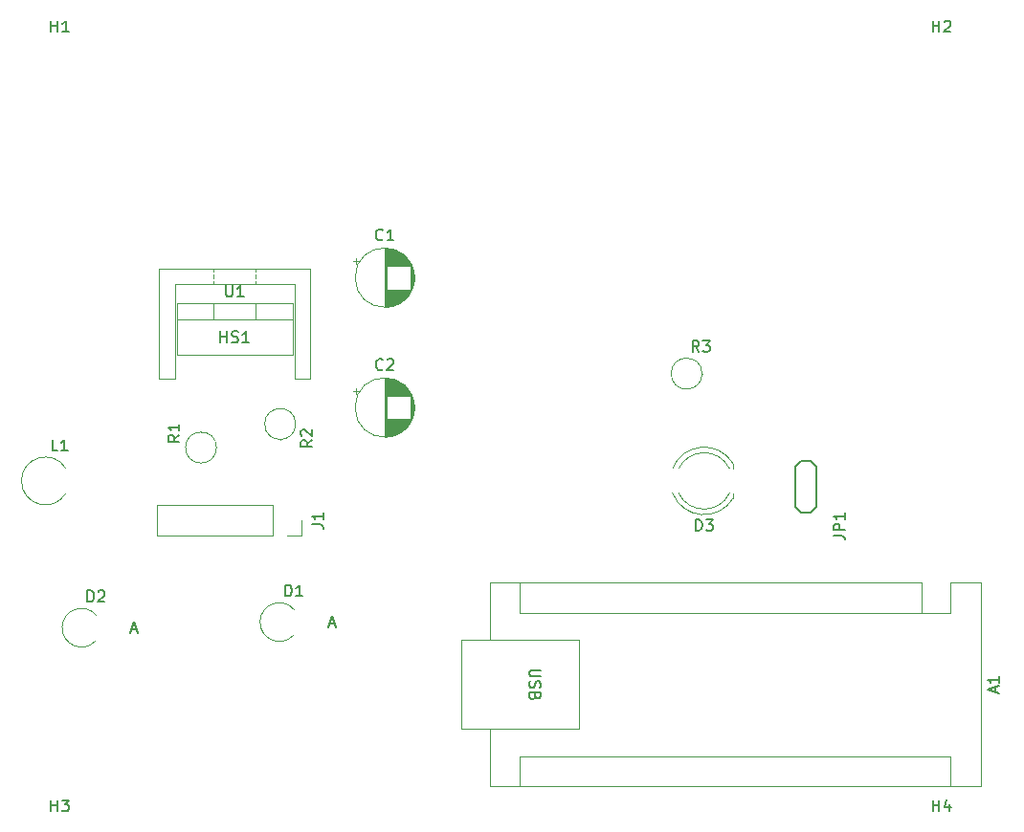
<source format=gbr>
%TF.GenerationSoftware,KiCad,Pcbnew,8.0.2-1.fc40*%
%TF.CreationDate,2024-06-01T22:16:47+03:00*%
%TF.ProjectId,project-depth-to-nmea,70726f6a-6563-4742-9d64-657074682d74,rev?*%
%TF.SameCoordinates,Original*%
%TF.FileFunction,Legend,Top*%
%TF.FilePolarity,Positive*%
%FSLAX46Y46*%
G04 Gerber Fmt 4.6, Leading zero omitted, Abs format (unit mm)*
G04 Created by KiCad (PCBNEW 8.0.2-1.fc40) date 2024-06-01 22:16:47*
%MOMM*%
%LPD*%
G01*
G04 APERTURE LIST*
%ADD10C,0.150000*%
%ADD11C,0.120000*%
G04 APERTURE END LIST*
D10*
X177238095Y-46254819D02*
X177238095Y-45254819D01*
X177238095Y-45731009D02*
X177809523Y-45731009D01*
X177809523Y-46254819D02*
X177809523Y-45254819D01*
X178238095Y-45350057D02*
X178285714Y-45302438D01*
X178285714Y-45302438D02*
X178380952Y-45254819D01*
X178380952Y-45254819D02*
X178619047Y-45254819D01*
X178619047Y-45254819D02*
X178714285Y-45302438D01*
X178714285Y-45302438D02*
X178761904Y-45350057D01*
X178761904Y-45350057D02*
X178809523Y-45445295D01*
X178809523Y-45445295D02*
X178809523Y-45540533D01*
X178809523Y-45540533D02*
X178761904Y-45683390D01*
X178761904Y-45683390D02*
X178190476Y-46254819D01*
X178190476Y-46254819D02*
X178809523Y-46254819D01*
X182799104Y-104724285D02*
X182799104Y-104248095D01*
X183084819Y-104819523D02*
X182084819Y-104486190D01*
X182084819Y-104486190D02*
X183084819Y-104152857D01*
X183084819Y-103295714D02*
X183084819Y-103867142D01*
X183084819Y-103581428D02*
X182084819Y-103581428D01*
X182084819Y-103581428D02*
X182227676Y-103676666D01*
X182227676Y-103676666D02*
X182322914Y-103771904D01*
X182322914Y-103771904D02*
X182370533Y-103867142D01*
X142535180Y-102748095D02*
X141725657Y-102748095D01*
X141725657Y-102748095D02*
X141630419Y-102795714D01*
X141630419Y-102795714D02*
X141582800Y-102843333D01*
X141582800Y-102843333D02*
X141535180Y-102938571D01*
X141535180Y-102938571D02*
X141535180Y-103129047D01*
X141535180Y-103129047D02*
X141582800Y-103224285D01*
X141582800Y-103224285D02*
X141630419Y-103271904D01*
X141630419Y-103271904D02*
X141725657Y-103319523D01*
X141725657Y-103319523D02*
X142535180Y-103319523D01*
X141582800Y-103748095D02*
X141535180Y-103890952D01*
X141535180Y-103890952D02*
X141535180Y-104129047D01*
X141535180Y-104129047D02*
X141582800Y-104224285D01*
X141582800Y-104224285D02*
X141630419Y-104271904D01*
X141630419Y-104271904D02*
X141725657Y-104319523D01*
X141725657Y-104319523D02*
X141820895Y-104319523D01*
X141820895Y-104319523D02*
X141916133Y-104271904D01*
X141916133Y-104271904D02*
X141963752Y-104224285D01*
X141963752Y-104224285D02*
X142011371Y-104129047D01*
X142011371Y-104129047D02*
X142058990Y-103938571D01*
X142058990Y-103938571D02*
X142106609Y-103843333D01*
X142106609Y-103843333D02*
X142154228Y-103795714D01*
X142154228Y-103795714D02*
X142249466Y-103748095D01*
X142249466Y-103748095D02*
X142344704Y-103748095D01*
X142344704Y-103748095D02*
X142439942Y-103795714D01*
X142439942Y-103795714D02*
X142487561Y-103843333D01*
X142487561Y-103843333D02*
X142535180Y-103938571D01*
X142535180Y-103938571D02*
X142535180Y-104176666D01*
X142535180Y-104176666D02*
X142487561Y-104319523D01*
X142058990Y-105081428D02*
X142011371Y-105224285D01*
X142011371Y-105224285D02*
X141963752Y-105271904D01*
X141963752Y-105271904D02*
X141868514Y-105319523D01*
X141868514Y-105319523D02*
X141725657Y-105319523D01*
X141725657Y-105319523D02*
X141630419Y-105271904D01*
X141630419Y-105271904D02*
X141582800Y-105224285D01*
X141582800Y-105224285D02*
X141535180Y-105129047D01*
X141535180Y-105129047D02*
X141535180Y-104748095D01*
X141535180Y-104748095D02*
X142535180Y-104748095D01*
X142535180Y-104748095D02*
X142535180Y-105081428D01*
X142535180Y-105081428D02*
X142487561Y-105176666D01*
X142487561Y-105176666D02*
X142439942Y-105224285D01*
X142439942Y-105224285D02*
X142344704Y-105271904D01*
X142344704Y-105271904D02*
X142249466Y-105271904D01*
X142249466Y-105271904D02*
X142154228Y-105224285D01*
X142154228Y-105224285D02*
X142106609Y-105176666D01*
X142106609Y-105176666D02*
X142058990Y-105081428D01*
X142058990Y-105081428D02*
X142058990Y-104748095D01*
X122304819Y-89833333D02*
X123019104Y-89833333D01*
X123019104Y-89833333D02*
X123161961Y-89880952D01*
X123161961Y-89880952D02*
X123257200Y-89976190D01*
X123257200Y-89976190D02*
X123304819Y-90119047D01*
X123304819Y-90119047D02*
X123304819Y-90214285D01*
X123304819Y-88833333D02*
X123304819Y-89404761D01*
X123304819Y-89119047D02*
X122304819Y-89119047D01*
X122304819Y-89119047D02*
X122447676Y-89214285D01*
X122447676Y-89214285D02*
X122542914Y-89309523D01*
X122542914Y-89309523D02*
X122590533Y-89404761D01*
X110584819Y-81941666D02*
X110108628Y-82274999D01*
X110584819Y-82513094D02*
X109584819Y-82513094D01*
X109584819Y-82513094D02*
X109584819Y-82132142D01*
X109584819Y-82132142D02*
X109632438Y-82036904D01*
X109632438Y-82036904D02*
X109680057Y-81989285D01*
X109680057Y-81989285D02*
X109775295Y-81941666D01*
X109775295Y-81941666D02*
X109918152Y-81941666D01*
X109918152Y-81941666D02*
X110013390Y-81989285D01*
X110013390Y-81989285D02*
X110061009Y-82036904D01*
X110061009Y-82036904D02*
X110108628Y-82132142D01*
X110108628Y-82132142D02*
X110108628Y-82513094D01*
X110584819Y-80989285D02*
X110584819Y-81560713D01*
X110584819Y-81274999D02*
X109584819Y-81274999D01*
X109584819Y-81274999D02*
X109727676Y-81370237D01*
X109727676Y-81370237D02*
X109822914Y-81465475D01*
X109822914Y-81465475D02*
X109870533Y-81560713D01*
X156558333Y-74584819D02*
X156225000Y-74108628D01*
X155986905Y-74584819D02*
X155986905Y-73584819D01*
X155986905Y-73584819D02*
X156367857Y-73584819D01*
X156367857Y-73584819D02*
X156463095Y-73632438D01*
X156463095Y-73632438D02*
X156510714Y-73680057D01*
X156510714Y-73680057D02*
X156558333Y-73775295D01*
X156558333Y-73775295D02*
X156558333Y-73918152D01*
X156558333Y-73918152D02*
X156510714Y-74013390D01*
X156510714Y-74013390D02*
X156463095Y-74061009D01*
X156463095Y-74061009D02*
X156367857Y-74108628D01*
X156367857Y-74108628D02*
X155986905Y-74108628D01*
X156891667Y-73584819D02*
X157510714Y-73584819D01*
X157510714Y-73584819D02*
X157177381Y-73965771D01*
X157177381Y-73965771D02*
X157320238Y-73965771D01*
X157320238Y-73965771D02*
X157415476Y-74013390D01*
X157415476Y-74013390D02*
X157463095Y-74061009D01*
X157463095Y-74061009D02*
X157510714Y-74156247D01*
X157510714Y-74156247D02*
X157510714Y-74394342D01*
X157510714Y-74394342D02*
X157463095Y-74489580D01*
X157463095Y-74489580D02*
X157415476Y-74537200D01*
X157415476Y-74537200D02*
X157320238Y-74584819D01*
X157320238Y-74584819D02*
X157034524Y-74584819D01*
X157034524Y-74584819D02*
X156939286Y-74537200D01*
X156939286Y-74537200D02*
X156891667Y-74489580D01*
X114221905Y-73744819D02*
X114221905Y-72744819D01*
X114221905Y-73221009D02*
X114793333Y-73221009D01*
X114793333Y-73744819D02*
X114793333Y-72744819D01*
X115221905Y-73697200D02*
X115364762Y-73744819D01*
X115364762Y-73744819D02*
X115602857Y-73744819D01*
X115602857Y-73744819D02*
X115698095Y-73697200D01*
X115698095Y-73697200D02*
X115745714Y-73649580D01*
X115745714Y-73649580D02*
X115793333Y-73554342D01*
X115793333Y-73554342D02*
X115793333Y-73459104D01*
X115793333Y-73459104D02*
X115745714Y-73363866D01*
X115745714Y-73363866D02*
X115698095Y-73316247D01*
X115698095Y-73316247D02*
X115602857Y-73268628D01*
X115602857Y-73268628D02*
X115412381Y-73221009D01*
X115412381Y-73221009D02*
X115317143Y-73173390D01*
X115317143Y-73173390D02*
X115269524Y-73125771D01*
X115269524Y-73125771D02*
X115221905Y-73030533D01*
X115221905Y-73030533D02*
X115221905Y-72935295D01*
X115221905Y-72935295D02*
X115269524Y-72840057D01*
X115269524Y-72840057D02*
X115317143Y-72792438D01*
X115317143Y-72792438D02*
X115412381Y-72744819D01*
X115412381Y-72744819D02*
X115650476Y-72744819D01*
X115650476Y-72744819D02*
X115793333Y-72792438D01*
X116745714Y-73744819D02*
X116174286Y-73744819D01*
X116460000Y-73744819D02*
X116460000Y-72744819D01*
X116460000Y-72744819D02*
X116364762Y-72887676D01*
X116364762Y-72887676D02*
X116269524Y-72982914D01*
X116269524Y-72982914D02*
X116174286Y-73030533D01*
X168454819Y-90833333D02*
X169169104Y-90833333D01*
X169169104Y-90833333D02*
X169311961Y-90880952D01*
X169311961Y-90880952D02*
X169407200Y-90976190D01*
X169407200Y-90976190D02*
X169454819Y-91119047D01*
X169454819Y-91119047D02*
X169454819Y-91214285D01*
X169454819Y-90357142D02*
X168454819Y-90357142D01*
X168454819Y-90357142D02*
X168454819Y-89976190D01*
X168454819Y-89976190D02*
X168502438Y-89880952D01*
X168502438Y-89880952D02*
X168550057Y-89833333D01*
X168550057Y-89833333D02*
X168645295Y-89785714D01*
X168645295Y-89785714D02*
X168788152Y-89785714D01*
X168788152Y-89785714D02*
X168883390Y-89833333D01*
X168883390Y-89833333D02*
X168931009Y-89880952D01*
X168931009Y-89880952D02*
X168978628Y-89976190D01*
X168978628Y-89976190D02*
X168978628Y-90357142D01*
X169454819Y-88833333D02*
X169454819Y-89404761D01*
X169454819Y-89119047D02*
X168454819Y-89119047D01*
X168454819Y-89119047D02*
X168597676Y-89214285D01*
X168597676Y-89214285D02*
X168692914Y-89309523D01*
X168692914Y-89309523D02*
X168740533Y-89404761D01*
X177238095Y-115254819D02*
X177238095Y-114254819D01*
X177238095Y-114731009D02*
X177809523Y-114731009D01*
X177809523Y-115254819D02*
X177809523Y-114254819D01*
X178714285Y-114588152D02*
X178714285Y-115254819D01*
X178476190Y-114207200D02*
X178238095Y-114921485D01*
X178238095Y-114921485D02*
X178857142Y-114921485D01*
X128583333Y-64609580D02*
X128535714Y-64657200D01*
X128535714Y-64657200D02*
X128392857Y-64704819D01*
X128392857Y-64704819D02*
X128297619Y-64704819D01*
X128297619Y-64704819D02*
X128154762Y-64657200D01*
X128154762Y-64657200D02*
X128059524Y-64561961D01*
X128059524Y-64561961D02*
X128011905Y-64466723D01*
X128011905Y-64466723D02*
X127964286Y-64276247D01*
X127964286Y-64276247D02*
X127964286Y-64133390D01*
X127964286Y-64133390D02*
X128011905Y-63942914D01*
X128011905Y-63942914D02*
X128059524Y-63847676D01*
X128059524Y-63847676D02*
X128154762Y-63752438D01*
X128154762Y-63752438D02*
X128297619Y-63704819D01*
X128297619Y-63704819D02*
X128392857Y-63704819D01*
X128392857Y-63704819D02*
X128535714Y-63752438D01*
X128535714Y-63752438D02*
X128583333Y-63800057D01*
X129535714Y-64704819D02*
X128964286Y-64704819D01*
X129250000Y-64704819D02*
X129250000Y-63704819D01*
X129250000Y-63704819D02*
X129154762Y-63847676D01*
X129154762Y-63847676D02*
X129059524Y-63942914D01*
X129059524Y-63942914D02*
X128964286Y-63990533D01*
X119960105Y-96204184D02*
X119960105Y-95204184D01*
X119960105Y-95204184D02*
X120198200Y-95204184D01*
X120198200Y-95204184D02*
X120341057Y-95251803D01*
X120341057Y-95251803D02*
X120436295Y-95347041D01*
X120436295Y-95347041D02*
X120483914Y-95442279D01*
X120483914Y-95442279D02*
X120531533Y-95632755D01*
X120531533Y-95632755D02*
X120531533Y-95775612D01*
X120531533Y-95775612D02*
X120483914Y-95966088D01*
X120483914Y-95966088D02*
X120436295Y-96061326D01*
X120436295Y-96061326D02*
X120341057Y-96156565D01*
X120341057Y-96156565D02*
X120198200Y-96204184D01*
X120198200Y-96204184D02*
X119960105Y-96204184D01*
X121483914Y-96204184D02*
X120912486Y-96204184D01*
X121198200Y-96204184D02*
X121198200Y-95204184D01*
X121198200Y-95204184D02*
X121102962Y-95347041D01*
X121102962Y-95347041D02*
X121007724Y-95442279D01*
X121007724Y-95442279D02*
X120912486Y-95489898D01*
X123830105Y-98669104D02*
X124306295Y-98669104D01*
X123734867Y-98954819D02*
X124068200Y-97954819D01*
X124068200Y-97954819D02*
X124401533Y-98954819D01*
X128583333Y-76109580D02*
X128535714Y-76157200D01*
X128535714Y-76157200D02*
X128392857Y-76204819D01*
X128392857Y-76204819D02*
X128297619Y-76204819D01*
X128297619Y-76204819D02*
X128154762Y-76157200D01*
X128154762Y-76157200D02*
X128059524Y-76061961D01*
X128059524Y-76061961D02*
X128011905Y-75966723D01*
X128011905Y-75966723D02*
X127964286Y-75776247D01*
X127964286Y-75776247D02*
X127964286Y-75633390D01*
X127964286Y-75633390D02*
X128011905Y-75442914D01*
X128011905Y-75442914D02*
X128059524Y-75347676D01*
X128059524Y-75347676D02*
X128154762Y-75252438D01*
X128154762Y-75252438D02*
X128297619Y-75204819D01*
X128297619Y-75204819D02*
X128392857Y-75204819D01*
X128392857Y-75204819D02*
X128535714Y-75252438D01*
X128535714Y-75252438D02*
X128583333Y-75300057D01*
X128964286Y-75300057D02*
X129011905Y-75252438D01*
X129011905Y-75252438D02*
X129107143Y-75204819D01*
X129107143Y-75204819D02*
X129345238Y-75204819D01*
X129345238Y-75204819D02*
X129440476Y-75252438D01*
X129440476Y-75252438D02*
X129488095Y-75300057D01*
X129488095Y-75300057D02*
X129535714Y-75395295D01*
X129535714Y-75395295D02*
X129535714Y-75490533D01*
X129535714Y-75490533D02*
X129488095Y-75633390D01*
X129488095Y-75633390D02*
X128916667Y-76204819D01*
X128916667Y-76204819D02*
X129535714Y-76204819D01*
X156263405Y-90414819D02*
X156263405Y-89414819D01*
X156263405Y-89414819D02*
X156501500Y-89414819D01*
X156501500Y-89414819D02*
X156644357Y-89462438D01*
X156644357Y-89462438D02*
X156739595Y-89557676D01*
X156739595Y-89557676D02*
X156787214Y-89652914D01*
X156787214Y-89652914D02*
X156834833Y-89843390D01*
X156834833Y-89843390D02*
X156834833Y-89986247D01*
X156834833Y-89986247D02*
X156787214Y-90176723D01*
X156787214Y-90176723D02*
X156739595Y-90271961D01*
X156739595Y-90271961D02*
X156644357Y-90367200D01*
X156644357Y-90367200D02*
X156501500Y-90414819D01*
X156501500Y-90414819D02*
X156263405Y-90414819D01*
X157168167Y-89414819D02*
X157787214Y-89414819D01*
X157787214Y-89414819D02*
X157453881Y-89795771D01*
X157453881Y-89795771D02*
X157596738Y-89795771D01*
X157596738Y-89795771D02*
X157691976Y-89843390D01*
X157691976Y-89843390D02*
X157739595Y-89891009D01*
X157739595Y-89891009D02*
X157787214Y-89986247D01*
X157787214Y-89986247D02*
X157787214Y-90224342D01*
X157787214Y-90224342D02*
X157739595Y-90319580D01*
X157739595Y-90319580D02*
X157691976Y-90367200D01*
X157691976Y-90367200D02*
X157596738Y-90414819D01*
X157596738Y-90414819D02*
X157311024Y-90414819D01*
X157311024Y-90414819D02*
X157215786Y-90367200D01*
X157215786Y-90367200D02*
X157168167Y-90319580D01*
X114698095Y-68684819D02*
X114698095Y-69494342D01*
X114698095Y-69494342D02*
X114745714Y-69589580D01*
X114745714Y-69589580D02*
X114793333Y-69637200D01*
X114793333Y-69637200D02*
X114888571Y-69684819D01*
X114888571Y-69684819D02*
X115079047Y-69684819D01*
X115079047Y-69684819D02*
X115174285Y-69637200D01*
X115174285Y-69637200D02*
X115221904Y-69589580D01*
X115221904Y-69589580D02*
X115269523Y-69494342D01*
X115269523Y-69494342D02*
X115269523Y-68684819D01*
X116269523Y-69684819D02*
X115698095Y-69684819D01*
X115983809Y-69684819D02*
X115983809Y-68684819D01*
X115983809Y-68684819D02*
X115888571Y-68827676D01*
X115888571Y-68827676D02*
X115793333Y-68922914D01*
X115793333Y-68922914D02*
X115698095Y-68970533D01*
X99238095Y-115254819D02*
X99238095Y-114254819D01*
X99238095Y-114731009D02*
X99809523Y-114731009D01*
X99809523Y-115254819D02*
X99809523Y-114254819D01*
X100190476Y-114254819D02*
X100809523Y-114254819D01*
X100809523Y-114254819D02*
X100476190Y-114635771D01*
X100476190Y-114635771D02*
X100619047Y-114635771D01*
X100619047Y-114635771D02*
X100714285Y-114683390D01*
X100714285Y-114683390D02*
X100761904Y-114731009D01*
X100761904Y-114731009D02*
X100809523Y-114826247D01*
X100809523Y-114826247D02*
X100809523Y-115064342D01*
X100809523Y-115064342D02*
X100761904Y-115159580D01*
X100761904Y-115159580D02*
X100714285Y-115207200D01*
X100714285Y-115207200D02*
X100619047Y-115254819D01*
X100619047Y-115254819D02*
X100333333Y-115254819D01*
X100333333Y-115254819D02*
X100238095Y-115207200D01*
X100238095Y-115207200D02*
X100190476Y-115159580D01*
X102451905Y-96704184D02*
X102451905Y-95704184D01*
X102451905Y-95704184D02*
X102690000Y-95704184D01*
X102690000Y-95704184D02*
X102832857Y-95751803D01*
X102832857Y-95751803D02*
X102928095Y-95847041D01*
X102928095Y-95847041D02*
X102975714Y-95942279D01*
X102975714Y-95942279D02*
X103023333Y-96132755D01*
X103023333Y-96132755D02*
X103023333Y-96275612D01*
X103023333Y-96275612D02*
X102975714Y-96466088D01*
X102975714Y-96466088D02*
X102928095Y-96561326D01*
X102928095Y-96561326D02*
X102832857Y-96656565D01*
X102832857Y-96656565D02*
X102690000Y-96704184D01*
X102690000Y-96704184D02*
X102451905Y-96704184D01*
X103404286Y-95799422D02*
X103451905Y-95751803D01*
X103451905Y-95751803D02*
X103547143Y-95704184D01*
X103547143Y-95704184D02*
X103785238Y-95704184D01*
X103785238Y-95704184D02*
X103880476Y-95751803D01*
X103880476Y-95751803D02*
X103928095Y-95799422D01*
X103928095Y-95799422D02*
X103975714Y-95894660D01*
X103975714Y-95894660D02*
X103975714Y-95989898D01*
X103975714Y-95989898D02*
X103928095Y-96132755D01*
X103928095Y-96132755D02*
X103356667Y-96704184D01*
X103356667Y-96704184D02*
X103975714Y-96704184D01*
X106321905Y-99169104D02*
X106798095Y-99169104D01*
X106226667Y-99454819D02*
X106560000Y-98454819D01*
X106560000Y-98454819D02*
X106893333Y-99454819D01*
X99833333Y-83334819D02*
X99357143Y-83334819D01*
X99357143Y-83334819D02*
X99357143Y-82334819D01*
X100690476Y-83334819D02*
X100119048Y-83334819D01*
X100404762Y-83334819D02*
X100404762Y-82334819D01*
X100404762Y-82334819D02*
X100309524Y-82477676D01*
X100309524Y-82477676D02*
X100214286Y-82572914D01*
X100214286Y-82572914D02*
X100119048Y-82620533D01*
X122324819Y-82396666D02*
X121848628Y-82729999D01*
X122324819Y-82968094D02*
X121324819Y-82968094D01*
X121324819Y-82968094D02*
X121324819Y-82587142D01*
X121324819Y-82587142D02*
X121372438Y-82491904D01*
X121372438Y-82491904D02*
X121420057Y-82444285D01*
X121420057Y-82444285D02*
X121515295Y-82396666D01*
X121515295Y-82396666D02*
X121658152Y-82396666D01*
X121658152Y-82396666D02*
X121753390Y-82444285D01*
X121753390Y-82444285D02*
X121801009Y-82491904D01*
X121801009Y-82491904D02*
X121848628Y-82587142D01*
X121848628Y-82587142D02*
X121848628Y-82968094D01*
X121420057Y-82015713D02*
X121372438Y-81968094D01*
X121372438Y-81968094D02*
X121324819Y-81872856D01*
X121324819Y-81872856D02*
X121324819Y-81634761D01*
X121324819Y-81634761D02*
X121372438Y-81539523D01*
X121372438Y-81539523D02*
X121420057Y-81491904D01*
X121420057Y-81491904D02*
X121515295Y-81444285D01*
X121515295Y-81444285D02*
X121610533Y-81444285D01*
X121610533Y-81444285D02*
X121753390Y-81491904D01*
X121753390Y-81491904D02*
X122324819Y-82063332D01*
X122324819Y-82063332D02*
X122324819Y-81444285D01*
X99238095Y-46254819D02*
X99238095Y-45254819D01*
X99238095Y-45731009D02*
X99809523Y-45731009D01*
X99809523Y-46254819D02*
X99809523Y-45254819D01*
X100809523Y-46254819D02*
X100238095Y-46254819D01*
X100523809Y-46254819D02*
X100523809Y-45254819D01*
X100523809Y-45254819D02*
X100428571Y-45397676D01*
X100428571Y-45397676D02*
X100333333Y-45492914D01*
X100333333Y-45492914D02*
X100238095Y-45540533D01*
D11*
%TO.C,A1*%
X135510000Y-100070000D02*
X145930000Y-100070000D01*
X135510000Y-107950000D02*
X135510000Y-100070000D01*
X138050000Y-94990000D02*
X138050000Y-100070000D01*
X138050000Y-113030000D02*
X138050000Y-107950000D01*
X138050000Y-113030000D02*
X181490000Y-113030000D01*
X140720000Y-97660000D02*
X140720000Y-94990000D01*
X140720000Y-110360000D02*
X140720000Y-113030000D01*
X145930000Y-100070000D02*
X145930000Y-107950000D01*
X145930000Y-107950000D02*
X135510000Y-107950000D01*
X176280000Y-94990000D02*
X138050000Y-94990000D01*
X176280000Y-97660000D02*
X140720000Y-97660000D01*
X176280000Y-97660000D02*
X176280000Y-94990000D01*
X176280000Y-97660000D02*
X178820000Y-97660000D01*
X178820000Y-97660000D02*
X178820000Y-94990000D01*
X178820000Y-110360000D02*
X140720000Y-110360000D01*
X178820000Y-110360000D02*
X178820000Y-113030000D01*
X181490000Y-94990000D02*
X178820000Y-94990000D01*
X181490000Y-113030000D02*
X181490000Y-94990000D01*
%TO.C,J1*%
X108590000Y-88170000D02*
X108590000Y-90830000D01*
X118810000Y-88170000D02*
X108590000Y-88170000D01*
X118810000Y-88170000D02*
X118810000Y-90830000D01*
X118810000Y-90830000D02*
X108590000Y-90830000D01*
X121410000Y-89500000D02*
X121410000Y-90830000D01*
X121410000Y-90830000D02*
X120080000Y-90830000D01*
%TO.C,R1*%
X112500000Y-81675000D02*
X112500000Y-81605000D01*
X113870000Y-83045000D02*
G75*
G02*
X111130000Y-83045000I-1370000J0D01*
G01*
X111130000Y-83045000D02*
G75*
G02*
X113870000Y-83045000I1370000J0D01*
G01*
%TO.C,R3*%
X156825000Y-76500000D02*
X156895000Y-76500000D01*
X156825000Y-76500000D02*
G75*
G02*
X154085000Y-76500000I-1370000J0D01*
G01*
X154085000Y-76500000D02*
G75*
G02*
X156825000Y-76500000I1370000J0D01*
G01*
%TO.C,HS1*%
X108740000Y-67180000D02*
X108740000Y-76930000D01*
X108740000Y-67180000D02*
X122180000Y-67180000D01*
X108740000Y-76930000D02*
X110170000Y-76930000D01*
X110170000Y-68600000D02*
X120750000Y-68600000D01*
X110170000Y-76930000D02*
X110170000Y-68600000D01*
X113560000Y-67180000D02*
X113560000Y-67480000D01*
X113560000Y-67740000D02*
X113560000Y-68040000D01*
X113560000Y-68300000D02*
X113560000Y-68600000D01*
X117360000Y-67180000D02*
X117360000Y-67480000D01*
X117360000Y-67740000D02*
X117360000Y-68040000D01*
X117360000Y-68300000D02*
X117360000Y-68600000D01*
X120750000Y-68600000D02*
X120750000Y-76930000D01*
X120750000Y-76930000D02*
X122180000Y-76930000D01*
X122180000Y-67180000D02*
X122180000Y-76930000D01*
D10*
%TO.C,JP1*%
X165100000Y-84720000D02*
X165600000Y-84220000D01*
X165100000Y-88320000D02*
X165100000Y-84720000D01*
X165600000Y-84220000D02*
X166400000Y-84220000D01*
X165600000Y-88820000D02*
X165100000Y-88320000D01*
X166400000Y-84220000D02*
X166900000Y-84720000D01*
X166400000Y-88820000D02*
X165600000Y-88820000D01*
X166900000Y-84720000D02*
X166900000Y-88320000D01*
X166900000Y-88320000D02*
X166400000Y-88820000D01*
D11*
%TO.C,C1*%
X125945225Y-66525000D02*
X126445225Y-66525000D01*
X126195225Y-66275000D02*
X126195225Y-66775000D01*
X128750000Y-65420000D02*
X128750000Y-70580000D01*
X128790000Y-65420000D02*
X128790000Y-70580000D01*
X128830000Y-65421000D02*
X128830000Y-70579000D01*
X128870000Y-65422000D02*
X128870000Y-70578000D01*
X128910000Y-65424000D02*
X128910000Y-70576000D01*
X128950000Y-65427000D02*
X128950000Y-70573000D01*
X128990000Y-65431000D02*
X128990000Y-66960000D01*
X128990000Y-69040000D02*
X128990000Y-70569000D01*
X129030000Y-65435000D02*
X129030000Y-66960000D01*
X129030000Y-69040000D02*
X129030000Y-70565000D01*
X129070000Y-65439000D02*
X129070000Y-66960000D01*
X129070000Y-69040000D02*
X129070000Y-70561000D01*
X129110000Y-65444000D02*
X129110000Y-66960000D01*
X129110000Y-69040000D02*
X129110000Y-70556000D01*
X129150000Y-65450000D02*
X129150000Y-66960000D01*
X129150000Y-69040000D02*
X129150000Y-70550000D01*
X129190000Y-65457000D02*
X129190000Y-66960000D01*
X129190000Y-69040000D02*
X129190000Y-70543000D01*
X129230000Y-65464000D02*
X129230000Y-66960000D01*
X129230000Y-69040000D02*
X129230000Y-70536000D01*
X129270000Y-65472000D02*
X129270000Y-66960000D01*
X129270000Y-69040000D02*
X129270000Y-70528000D01*
X129310000Y-65480000D02*
X129310000Y-66960000D01*
X129310000Y-69040000D02*
X129310000Y-70520000D01*
X129350000Y-65489000D02*
X129350000Y-66960000D01*
X129350000Y-69040000D02*
X129350000Y-70511000D01*
X129390000Y-65499000D02*
X129390000Y-66960000D01*
X129390000Y-69040000D02*
X129390000Y-70501000D01*
X129430000Y-65509000D02*
X129430000Y-66960000D01*
X129430000Y-69040000D02*
X129430000Y-70491000D01*
X129471000Y-65520000D02*
X129471000Y-66960000D01*
X129471000Y-69040000D02*
X129471000Y-70480000D01*
X129511000Y-65532000D02*
X129511000Y-66960000D01*
X129511000Y-69040000D02*
X129511000Y-70468000D01*
X129551000Y-65545000D02*
X129551000Y-66960000D01*
X129551000Y-69040000D02*
X129551000Y-70455000D01*
X129591000Y-65558000D02*
X129591000Y-66960000D01*
X129591000Y-69040000D02*
X129591000Y-70442000D01*
X129631000Y-65572000D02*
X129631000Y-66960000D01*
X129631000Y-69040000D02*
X129631000Y-70428000D01*
X129671000Y-65586000D02*
X129671000Y-66960000D01*
X129671000Y-69040000D02*
X129671000Y-70414000D01*
X129711000Y-65602000D02*
X129711000Y-66960000D01*
X129711000Y-69040000D02*
X129711000Y-70398000D01*
X129751000Y-65618000D02*
X129751000Y-66960000D01*
X129751000Y-69040000D02*
X129751000Y-70382000D01*
X129791000Y-65635000D02*
X129791000Y-66960000D01*
X129791000Y-69040000D02*
X129791000Y-70365000D01*
X129831000Y-65652000D02*
X129831000Y-66960000D01*
X129831000Y-69040000D02*
X129831000Y-70348000D01*
X129871000Y-65671000D02*
X129871000Y-66960000D01*
X129871000Y-69040000D02*
X129871000Y-70329000D01*
X129911000Y-65690000D02*
X129911000Y-66960000D01*
X129911000Y-69040000D02*
X129911000Y-70310000D01*
X129951000Y-65710000D02*
X129951000Y-66960000D01*
X129951000Y-69040000D02*
X129951000Y-70290000D01*
X129991000Y-65732000D02*
X129991000Y-66960000D01*
X129991000Y-69040000D02*
X129991000Y-70268000D01*
X130031000Y-65753000D02*
X130031000Y-66960000D01*
X130031000Y-69040000D02*
X130031000Y-70247000D01*
X130071000Y-65776000D02*
X130071000Y-66960000D01*
X130071000Y-69040000D02*
X130071000Y-70224000D01*
X130111000Y-65800000D02*
X130111000Y-66960000D01*
X130111000Y-69040000D02*
X130111000Y-70200000D01*
X130151000Y-65825000D02*
X130151000Y-66960000D01*
X130151000Y-69040000D02*
X130151000Y-70175000D01*
X130191000Y-65851000D02*
X130191000Y-66960000D01*
X130191000Y-69040000D02*
X130191000Y-70149000D01*
X130231000Y-65878000D02*
X130231000Y-66960000D01*
X130231000Y-69040000D02*
X130231000Y-70122000D01*
X130271000Y-65905000D02*
X130271000Y-66960000D01*
X130271000Y-69040000D02*
X130271000Y-70095000D01*
X130311000Y-65935000D02*
X130311000Y-66960000D01*
X130311000Y-69040000D02*
X130311000Y-70065000D01*
X130351000Y-65965000D02*
X130351000Y-66960000D01*
X130351000Y-69040000D02*
X130351000Y-70035000D01*
X130391000Y-65996000D02*
X130391000Y-66960000D01*
X130391000Y-69040000D02*
X130391000Y-70004000D01*
X130431000Y-66029000D02*
X130431000Y-66960000D01*
X130431000Y-69040000D02*
X130431000Y-69971000D01*
X130471000Y-66063000D02*
X130471000Y-66960000D01*
X130471000Y-69040000D02*
X130471000Y-69937000D01*
X130511000Y-66099000D02*
X130511000Y-66960000D01*
X130511000Y-69040000D02*
X130511000Y-69901000D01*
X130551000Y-66136000D02*
X130551000Y-66960000D01*
X130551000Y-69040000D02*
X130551000Y-69864000D01*
X130591000Y-66174000D02*
X130591000Y-66960000D01*
X130591000Y-69040000D02*
X130591000Y-69826000D01*
X130631000Y-66215000D02*
X130631000Y-66960000D01*
X130631000Y-69040000D02*
X130631000Y-69785000D01*
X130671000Y-66257000D02*
X130671000Y-66960000D01*
X130671000Y-69040000D02*
X130671000Y-69743000D01*
X130711000Y-66301000D02*
X130711000Y-66960000D01*
X130711000Y-69040000D02*
X130711000Y-69699000D01*
X130751000Y-66347000D02*
X130751000Y-66960000D01*
X130751000Y-69040000D02*
X130751000Y-69653000D01*
X130791000Y-66395000D02*
X130791000Y-66960000D01*
X130791000Y-69040000D02*
X130791000Y-69605000D01*
X130831000Y-66446000D02*
X130831000Y-66960000D01*
X130831000Y-69040000D02*
X130831000Y-69554000D01*
X130871000Y-66500000D02*
X130871000Y-66960000D01*
X130871000Y-69040000D02*
X130871000Y-69500000D01*
X130911000Y-66557000D02*
X130911000Y-66960000D01*
X130911000Y-69040000D02*
X130911000Y-69443000D01*
X130951000Y-66617000D02*
X130951000Y-66960000D01*
X130951000Y-69040000D02*
X130951000Y-69383000D01*
X130991000Y-66681000D02*
X130991000Y-66960000D01*
X130991000Y-69040000D02*
X130991000Y-69319000D01*
X131031000Y-66749000D02*
X131031000Y-66960000D01*
X131031000Y-69040000D02*
X131031000Y-69251000D01*
X131071000Y-66822000D02*
X131071000Y-69178000D01*
X131111000Y-66902000D02*
X131111000Y-69098000D01*
X131151000Y-66989000D02*
X131151000Y-69011000D01*
X131191000Y-67085000D02*
X131191000Y-68915000D01*
X131231000Y-67195000D02*
X131231000Y-68805000D01*
X131271000Y-67323000D02*
X131271000Y-68677000D01*
X131311000Y-67482000D02*
X131311000Y-68518000D01*
X131351000Y-67716000D02*
X131351000Y-68284000D01*
X131370000Y-68000000D02*
G75*
G02*
X126130000Y-68000000I-2620000J0D01*
G01*
X126130000Y-68000000D02*
G75*
G02*
X131370000Y-68000000I2620000J0D01*
G01*
%TO.C,D1*%
X120679751Y-99667366D02*
G75*
G02*
X120739353Y-97400000I-1251551J1167366D01*
G01*
%TO.C,C2*%
X125945225Y-78025000D02*
X126445225Y-78025000D01*
X126195225Y-77775000D02*
X126195225Y-78275000D01*
X128750000Y-76920000D02*
X128750000Y-82080000D01*
X128790000Y-76920000D02*
X128790000Y-82080000D01*
X128830000Y-76921000D02*
X128830000Y-82079000D01*
X128870000Y-76922000D02*
X128870000Y-82078000D01*
X128910000Y-76924000D02*
X128910000Y-82076000D01*
X128950000Y-76927000D02*
X128950000Y-82073000D01*
X128990000Y-76931000D02*
X128990000Y-78460000D01*
X128990000Y-80540000D02*
X128990000Y-82069000D01*
X129030000Y-76935000D02*
X129030000Y-78460000D01*
X129030000Y-80540000D02*
X129030000Y-82065000D01*
X129070000Y-76939000D02*
X129070000Y-78460000D01*
X129070000Y-80540000D02*
X129070000Y-82061000D01*
X129110000Y-76944000D02*
X129110000Y-78460000D01*
X129110000Y-80540000D02*
X129110000Y-82056000D01*
X129150000Y-76950000D02*
X129150000Y-78460000D01*
X129150000Y-80540000D02*
X129150000Y-82050000D01*
X129190000Y-76957000D02*
X129190000Y-78460000D01*
X129190000Y-80540000D02*
X129190000Y-82043000D01*
X129230000Y-76964000D02*
X129230000Y-78460000D01*
X129230000Y-80540000D02*
X129230000Y-82036000D01*
X129270000Y-76972000D02*
X129270000Y-78460000D01*
X129270000Y-80540000D02*
X129270000Y-82028000D01*
X129310000Y-76980000D02*
X129310000Y-78460000D01*
X129310000Y-80540000D02*
X129310000Y-82020000D01*
X129350000Y-76989000D02*
X129350000Y-78460000D01*
X129350000Y-80540000D02*
X129350000Y-82011000D01*
X129390000Y-76999000D02*
X129390000Y-78460000D01*
X129390000Y-80540000D02*
X129390000Y-82001000D01*
X129430000Y-77009000D02*
X129430000Y-78460000D01*
X129430000Y-80540000D02*
X129430000Y-81991000D01*
X129471000Y-77020000D02*
X129471000Y-78460000D01*
X129471000Y-80540000D02*
X129471000Y-81980000D01*
X129511000Y-77032000D02*
X129511000Y-78460000D01*
X129511000Y-80540000D02*
X129511000Y-81968000D01*
X129551000Y-77045000D02*
X129551000Y-78460000D01*
X129551000Y-80540000D02*
X129551000Y-81955000D01*
X129591000Y-77058000D02*
X129591000Y-78460000D01*
X129591000Y-80540000D02*
X129591000Y-81942000D01*
X129631000Y-77072000D02*
X129631000Y-78460000D01*
X129631000Y-80540000D02*
X129631000Y-81928000D01*
X129671000Y-77086000D02*
X129671000Y-78460000D01*
X129671000Y-80540000D02*
X129671000Y-81914000D01*
X129711000Y-77102000D02*
X129711000Y-78460000D01*
X129711000Y-80540000D02*
X129711000Y-81898000D01*
X129751000Y-77118000D02*
X129751000Y-78460000D01*
X129751000Y-80540000D02*
X129751000Y-81882000D01*
X129791000Y-77135000D02*
X129791000Y-78460000D01*
X129791000Y-80540000D02*
X129791000Y-81865000D01*
X129831000Y-77152000D02*
X129831000Y-78460000D01*
X129831000Y-80540000D02*
X129831000Y-81848000D01*
X129871000Y-77171000D02*
X129871000Y-78460000D01*
X129871000Y-80540000D02*
X129871000Y-81829000D01*
X129911000Y-77190000D02*
X129911000Y-78460000D01*
X129911000Y-80540000D02*
X129911000Y-81810000D01*
X129951000Y-77210000D02*
X129951000Y-78460000D01*
X129951000Y-80540000D02*
X129951000Y-81790000D01*
X129991000Y-77232000D02*
X129991000Y-78460000D01*
X129991000Y-80540000D02*
X129991000Y-81768000D01*
X130031000Y-77253000D02*
X130031000Y-78460000D01*
X130031000Y-80540000D02*
X130031000Y-81747000D01*
X130071000Y-77276000D02*
X130071000Y-78460000D01*
X130071000Y-80540000D02*
X130071000Y-81724000D01*
X130111000Y-77300000D02*
X130111000Y-78460000D01*
X130111000Y-80540000D02*
X130111000Y-81700000D01*
X130151000Y-77325000D02*
X130151000Y-78460000D01*
X130151000Y-80540000D02*
X130151000Y-81675000D01*
X130191000Y-77351000D02*
X130191000Y-78460000D01*
X130191000Y-80540000D02*
X130191000Y-81649000D01*
X130231000Y-77378000D02*
X130231000Y-78460000D01*
X130231000Y-80540000D02*
X130231000Y-81622000D01*
X130271000Y-77405000D02*
X130271000Y-78460000D01*
X130271000Y-80540000D02*
X130271000Y-81595000D01*
X130311000Y-77435000D02*
X130311000Y-78460000D01*
X130311000Y-80540000D02*
X130311000Y-81565000D01*
X130351000Y-77465000D02*
X130351000Y-78460000D01*
X130351000Y-80540000D02*
X130351000Y-81535000D01*
X130391000Y-77496000D02*
X130391000Y-78460000D01*
X130391000Y-80540000D02*
X130391000Y-81504000D01*
X130431000Y-77529000D02*
X130431000Y-78460000D01*
X130431000Y-80540000D02*
X130431000Y-81471000D01*
X130471000Y-77563000D02*
X130471000Y-78460000D01*
X130471000Y-80540000D02*
X130471000Y-81437000D01*
X130511000Y-77599000D02*
X130511000Y-78460000D01*
X130511000Y-80540000D02*
X130511000Y-81401000D01*
X130551000Y-77636000D02*
X130551000Y-78460000D01*
X130551000Y-80540000D02*
X130551000Y-81364000D01*
X130591000Y-77674000D02*
X130591000Y-78460000D01*
X130591000Y-80540000D02*
X130591000Y-81326000D01*
X130631000Y-77715000D02*
X130631000Y-78460000D01*
X130631000Y-80540000D02*
X130631000Y-81285000D01*
X130671000Y-77757000D02*
X130671000Y-78460000D01*
X130671000Y-80540000D02*
X130671000Y-81243000D01*
X130711000Y-77801000D02*
X130711000Y-78460000D01*
X130711000Y-80540000D02*
X130711000Y-81199000D01*
X130751000Y-77847000D02*
X130751000Y-78460000D01*
X130751000Y-80540000D02*
X130751000Y-81153000D01*
X130791000Y-77895000D02*
X130791000Y-78460000D01*
X130791000Y-80540000D02*
X130791000Y-81105000D01*
X130831000Y-77946000D02*
X130831000Y-78460000D01*
X130831000Y-80540000D02*
X130831000Y-81054000D01*
X130871000Y-78000000D02*
X130871000Y-78460000D01*
X130871000Y-80540000D02*
X130871000Y-81000000D01*
X130911000Y-78057000D02*
X130911000Y-78460000D01*
X130911000Y-80540000D02*
X130911000Y-80943000D01*
X130951000Y-78117000D02*
X130951000Y-78460000D01*
X130951000Y-80540000D02*
X130951000Y-80883000D01*
X130991000Y-78181000D02*
X130991000Y-78460000D01*
X130991000Y-80540000D02*
X130991000Y-80819000D01*
X131031000Y-78249000D02*
X131031000Y-78460000D01*
X131031000Y-80540000D02*
X131031000Y-80751000D01*
X131071000Y-78322000D02*
X131071000Y-80678000D01*
X131111000Y-78402000D02*
X131111000Y-80598000D01*
X131151000Y-78489000D02*
X131151000Y-80511000D01*
X131191000Y-78585000D02*
X131191000Y-80415000D01*
X131231000Y-78695000D02*
X131231000Y-80305000D01*
X131271000Y-78823000D02*
X131271000Y-80177000D01*
X131311000Y-78982000D02*
X131311000Y-80018000D01*
X131351000Y-79216000D02*
X131351000Y-79784000D01*
X131370000Y-79500000D02*
G75*
G02*
X126130000Y-79500000I-2620000J0D01*
G01*
X126130000Y-79500000D02*
G75*
G02*
X131370000Y-79500000I2620000J0D01*
G01*
%TO.C,D3*%
X159561500Y-84920000D02*
X159561500Y-84455000D01*
X159561500Y-87545000D02*
X159561500Y-87080000D01*
X154213685Y-84919173D02*
G75*
G02*
X159561500Y-84455170I2787815J-1080827D01*
G01*
X154747021Y-84919571D02*
G75*
G02*
X159256184Y-84920000I2254479J-1080429D01*
G01*
X159256184Y-87080000D02*
G75*
G02*
X154747021Y-87080429I-2254684J1080000D01*
G01*
X159561500Y-87544830D02*
G75*
G02*
X154213685Y-87080827I-2560000J1544830D01*
G01*
%TO.C,U1*%
X110340000Y-70230000D02*
X110340000Y-74871000D01*
X110340000Y-70230000D02*
X120580000Y-70230000D01*
X110340000Y-71740000D02*
X120580000Y-71740000D01*
X110340000Y-74871000D02*
X120580000Y-74871000D01*
X113610000Y-70230000D02*
X113610000Y-71740000D01*
X117311000Y-70230000D02*
X117311000Y-71740000D01*
X120580000Y-70230000D02*
X120580000Y-74871000D01*
%TO.C,D2*%
X103171551Y-100167366D02*
G75*
G02*
X103231153Y-97900000I-1251551J1167366D01*
G01*
%TO.C,L1*%
X100530000Y-87120000D02*
G75*
G02*
X100530000Y-84880000I-1800000J1120000D01*
G01*
%TO.C,R2*%
X119500000Y-82330000D02*
X119500000Y-82400000D01*
X120870000Y-80960000D02*
G75*
G02*
X118130000Y-80960000I-1370000J0D01*
G01*
X118130000Y-80960000D02*
G75*
G02*
X120870000Y-80960000I1370000J0D01*
G01*
%TD*%
M02*

</source>
